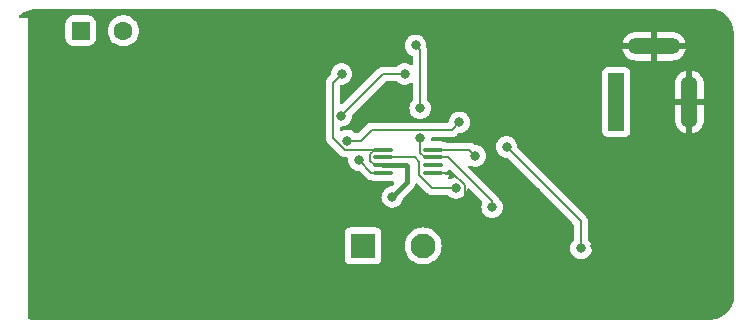
<source format=gbr>
%TF.GenerationSoftware,KiCad,Pcbnew,(6.0.2-0)*%
%TF.CreationDate,2022-03-23T11:12:31-04:00*%
%TF.ProjectId,chip-hardware,63686970-2d68-4617-9264-776172652e6b,v02*%
%TF.SameCoordinates,Original*%
%TF.FileFunction,Copper,L2,Bot*%
%TF.FilePolarity,Positive*%
%FSLAX46Y46*%
G04 Gerber Fmt 4.6, Leading zero omitted, Abs format (unit mm)*
G04 Created by KiCad (PCBNEW (6.0.2-0)) date 2022-03-23 11:12:31*
%MOMM*%
%LPD*%
G01*
G04 APERTURE LIST*
G04 Aperture macros list*
%AMRoundRect*
0 Rectangle with rounded corners*
0 $1 Rounding radius*
0 $2 $3 $4 $5 $6 $7 $8 $9 X,Y pos of 4 corners*
0 Add a 4 corners polygon primitive as box body*
4,1,4,$2,$3,$4,$5,$6,$7,$8,$9,$2,$3,0*
0 Add four circle primitives for the rounded corners*
1,1,$1+$1,$2,$3*
1,1,$1+$1,$4,$5*
1,1,$1+$1,$6,$7*
1,1,$1+$1,$8,$9*
0 Add four rect primitives between the rounded corners*
20,1,$1+$1,$2,$3,$4,$5,0*
20,1,$1+$1,$4,$5,$6,$7,0*
20,1,$1+$1,$6,$7,$8,$9,0*
20,1,$1+$1,$8,$9,$2,$3,0*%
G04 Aperture macros list end*
%TA.AperFunction,ComponentPad*%
%ADD10R,2.100000X2.100000*%
%TD*%
%TA.AperFunction,ComponentPad*%
%ADD11C,2.100000*%
%TD*%
%TA.AperFunction,ComponentPad*%
%ADD12R,1.400000X4.899999*%
%TD*%
%TA.AperFunction,ComponentPad*%
%ADD13RoundRect,0.700000X0.000000X1.500000X0.000000X1.500000X0.000000X-1.500000X0.000000X-1.500000X0*%
%TD*%
%TA.AperFunction,ComponentPad*%
%ADD14RoundRect,0.700000X1.500000X0.000000X-1.500000X0.000000X-1.500000X0.000000X1.500000X0.000000X0*%
%TD*%
%TA.AperFunction,ComponentPad*%
%ADD15RoundRect,0.250000X-0.550000X-0.550000X0.550000X-0.550000X0.550000X0.550000X-0.550000X0.550000X0*%
%TD*%
%TA.AperFunction,ComponentPad*%
%ADD16C,1.600000*%
%TD*%
%TA.AperFunction,SMDPad,CuDef*%
%ADD17RoundRect,0.100000X0.712500X0.100000X-0.712500X0.100000X-0.712500X-0.100000X0.712500X-0.100000X0*%
%TD*%
%TA.AperFunction,ViaPad*%
%ADD18C,0.800000*%
%TD*%
%TA.AperFunction,Conductor*%
%ADD19C,0.177800*%
%TD*%
%TA.AperFunction,Conductor*%
%ADD20C,0.200000*%
%TD*%
%TA.AperFunction,Conductor*%
%ADD21C,0.381000*%
%TD*%
G04 APERTURE END LIST*
D10*
%TO.P,J2,1,Pin_1*%
%TO.N,Net-(J2-Pad1)*%
X146807000Y-106677200D03*
D11*
%TO.P,J2,2,Pin_2*%
%TO.N,Net-(J2-Pad2)*%
X151887000Y-106677200D03*
%TD*%
D12*
%TO.P,J1,1,1*%
%TO.N,Net-(C1-Pad1)*%
X168236300Y-94482000D03*
D13*
%TO.P,J1,2,2*%
%TO.N,GND*%
X174436300Y-94482000D03*
D14*
%TO.P,J1,3,3*%
X171436300Y-89782000D03*
%TD*%
D15*
%TO.P,J3,1,Pin_1*%
%TO.N,Net-(J3-Pad1)*%
X122910600Y-88468200D03*
D16*
%TO.P,J3,2,Pin_2*%
%TO.N,Net-(J3-Pad2)*%
X126510600Y-88468200D03*
%TD*%
D17*
%TO.P,U4,1,SDA*%
%TO.N,/SDA*%
X152759900Y-98542200D03*
%TO.P,U4,2,SCL*%
%TO.N,/SCL*%
X152759900Y-99192200D03*
%TO.P,U4,3,Alert*%
%TO.N,unconnected-(U4-Pad3)*%
X152759900Y-99842200D03*
%TO.P,U4,4,GND*%
%TO.N,GND*%
X152759900Y-100492200D03*
%TO.P,U4,5,A2*%
%TO.N,Net-(R8-Pad1)*%
X148534900Y-100492200D03*
%TO.P,U4,6,A1*%
%TO.N,+3V3*%
X148534900Y-99842200D03*
%TO.P,U4,7,A0*%
%TO.N,Net-(R5-Pad1)*%
X148534900Y-99192200D03*
%TO.P,U4,8,VDD*%
%TO.N,+3V3*%
X148534900Y-98542200D03*
%TD*%
D18*
%TO.N,GND*%
X170916600Y-104648000D03*
X162433000Y-99187000D03*
X172796200Y-107391200D03*
X120091200Y-94945200D03*
X158978600Y-92887800D03*
X158673800Y-107442000D03*
X155727400Y-93319600D03*
X140792200Y-99263200D03*
X140690600Y-96824800D03*
X176174400Y-97282000D03*
X161442400Y-102082600D03*
X155448000Y-104013000D03*
X127660400Y-106172000D03*
X145923000Y-93116400D03*
X166420800Y-106654600D03*
X139979400Y-107111800D03*
X140665200Y-90144600D03*
%TO.N,+3V3*%
X149275800Y-102539800D03*
X144983200Y-92125800D03*
%TO.N,/SCL*%
X151638000Y-95021400D03*
X151638000Y-97549700D03*
X157734000Y-103403400D03*
X151257000Y-89712800D03*
%TO.N,/SDA*%
X156311600Y-99060000D03*
X158953200Y-98298000D03*
X165257400Y-106883200D03*
%TO.N,Net-(R5-Pad1)*%
X154686000Y-101777800D03*
%TO.N,Net-(R8-Pad1)*%
X146431000Y-99415600D03*
%TO.N,Net-(R9-Pad1)*%
X154966349Y-96215983D03*
X145465800Y-97764600D03*
%TO.N,Net-(R10-Pad1)*%
X150317200Y-92125800D03*
X144957800Y-95656400D03*
%TD*%
D19*
%TO.N,GND*%
X154373961Y-100492200D02*
X152759900Y-100492200D01*
X155448000Y-104013000D02*
X155448000Y-101566239D01*
X155448000Y-101566239D02*
X154373961Y-100492200D01*
D20*
%TO.N,+3V3*%
X147807394Y-99842200D02*
X147422880Y-99457686D01*
X147422880Y-99457686D02*
X147422880Y-98906320D01*
X148534900Y-99842200D02*
X147807394Y-99842200D01*
D21*
X150545800Y-101269800D02*
X150545800Y-99949000D01*
X150545800Y-99949000D02*
X150439000Y-99842200D01*
D20*
X144258289Y-92850711D02*
X144258289Y-97546348D01*
X144983200Y-92125800D02*
X144258289Y-92850711D01*
X145254141Y-98542200D02*
X148534900Y-98542200D01*
D21*
X150439000Y-99842200D02*
X148534900Y-99842200D01*
D20*
X144258289Y-97546348D02*
X145254141Y-98542200D01*
X147787000Y-98542200D02*
X148534900Y-98542200D01*
D21*
X149275800Y-102539800D02*
X150545800Y-101269800D01*
D20*
X147422880Y-98906320D02*
X147787000Y-98542200D01*
%TO.N,/SCL*%
X152032394Y-99192200D02*
X151638000Y-98797806D01*
X152759900Y-99192200D02*
X152032394Y-99192200D01*
X151638000Y-98797806D02*
X151638000Y-97549700D01*
X157734000Y-103403400D02*
X157734000Y-102920800D01*
X154005400Y-99192200D02*
X152759900Y-99192200D01*
X151638000Y-90093800D02*
X151257000Y-89712800D01*
X151638000Y-95021400D02*
X151638000Y-90093800D01*
X157734000Y-102920800D02*
X154005400Y-99192200D01*
%TO.N,/SDA*%
X165257400Y-104602200D02*
X158953200Y-98298000D01*
X165257400Y-106883200D02*
X165257400Y-104602200D01*
X156311600Y-99060000D02*
X155793800Y-98542200D01*
X155793800Y-98542200D02*
X152759900Y-98542200D01*
%TO.N,Net-(R5-Pad1)*%
X151561800Y-99542600D02*
X151211400Y-99192200D01*
X154686000Y-101777800D02*
X152667994Y-101777800D01*
X152667994Y-101777800D02*
X151561800Y-100671606D01*
X151211400Y-99192200D02*
X148534900Y-99192200D01*
X151561800Y-100671606D02*
X151561800Y-99542600D01*
%TO.N,Net-(R8-Pad1)*%
X146431000Y-99415600D02*
X147507600Y-100492200D01*
X147507600Y-100492200D02*
X148534900Y-100492200D01*
%TO.N,Net-(R9-Pad1)*%
X147548600Y-96850200D02*
X146634200Y-97764600D01*
X146634200Y-97764600D02*
X145465800Y-97764600D01*
X154966349Y-96215983D02*
X154332132Y-96850200D01*
X154332132Y-96850200D02*
X147548600Y-96850200D01*
%TO.N,Net-(R10-Pad1)*%
X144957800Y-95656400D02*
X148488400Y-92125800D01*
X148488400Y-92125800D02*
X150317200Y-92125800D01*
%TD*%
%TA.AperFunction,Conductor*%
%TO.N,GND*%
G36*
X176605362Y-86619000D02*
G01*
X176784772Y-86671108D01*
X176799315Y-86676318D01*
X176805794Y-86679098D01*
X177021191Y-86771525D01*
X177034978Y-86778471D01*
X177176959Y-86861283D01*
X177243547Y-86900121D01*
X177256388Y-86908708D01*
X177448482Y-87054950D01*
X177460177Y-87065043D01*
X177632942Y-87233704D01*
X177643313Y-87245152D01*
X177794139Y-87433684D01*
X177803028Y-87446310D01*
X177815094Y-87465899D01*
X177929653Y-87651888D01*
X177936933Y-87665513D01*
X178028092Y-87864602D01*
X178037446Y-87885032D01*
X178043004Y-87899445D01*
X178115900Y-88129621D01*
X178119651Y-88144601D01*
X178137429Y-88240113D01*
X178163831Y-88381960D01*
X178165722Y-88397292D01*
X178178419Y-88604004D01*
X178177205Y-88630078D01*
X178177195Y-88630862D01*
X178175814Y-88639734D01*
X178176978Y-88648635D01*
X178176978Y-88648639D01*
X178179936Y-88671254D01*
X178181000Y-88687592D01*
X178181000Y-111290676D01*
X178175840Y-111326365D01*
X178175460Y-111327654D01*
X178120788Y-111512761D01*
X178115534Y-111527230D01*
X178015817Y-111757016D01*
X178008837Y-111770737D01*
X177881847Y-111986640D01*
X177873247Y-111999407D01*
X177720872Y-112198219D01*
X177710779Y-112209842D01*
X177535301Y-112388586D01*
X177523866Y-112398892D01*
X177446062Y-112460834D01*
X177327888Y-112554914D01*
X177315293Y-112563740D01*
X177116054Y-112685927D01*
X177101762Y-112694692D01*
X177088177Y-112701921D01*
X176939032Y-112769938D01*
X176860264Y-112805860D01*
X176845895Y-112811379D01*
X176762455Y-112837705D01*
X176607015Y-112886747D01*
X176592080Y-112890473D01*
X176503806Y-112906844D01*
X176345796Y-112936149D01*
X176330525Y-112938025D01*
X176202402Y-112945867D01*
X176114811Y-112951228D01*
X176088616Y-112950004D01*
X176087942Y-112949996D01*
X176079069Y-112948614D01*
X176070161Y-112949779D01*
X176047692Y-112952717D01*
X176031297Y-112953781D01*
X118705175Y-112927645D01*
X118669915Y-112922594D01*
X118499283Y-112872769D01*
X118439499Y-112834475D01*
X118409909Y-112769938D01*
X118408600Y-112751820D01*
X118408600Y-107775334D01*
X145248500Y-107775334D01*
X145255255Y-107837516D01*
X145306385Y-107973905D01*
X145393739Y-108090461D01*
X145510295Y-108177815D01*
X145646684Y-108228945D01*
X145708866Y-108235700D01*
X147905134Y-108235700D01*
X147967316Y-108228945D01*
X148103705Y-108177815D01*
X148220261Y-108090461D01*
X148307615Y-107973905D01*
X148358745Y-107837516D01*
X148365500Y-107775334D01*
X148365500Y-106677200D01*
X150323681Y-106677200D01*
X150342928Y-106921757D01*
X150400195Y-107160292D01*
X150494073Y-107386932D01*
X150517433Y-107425052D01*
X150601395Y-107562066D01*
X150622248Y-107596096D01*
X150625463Y-107599860D01*
X150625465Y-107599863D01*
X150753105Y-107749309D01*
X150781567Y-107782633D01*
X150968104Y-107941952D01*
X150972327Y-107944540D01*
X150972330Y-107944542D01*
X151006526Y-107965497D01*
X151177268Y-108070127D01*
X151321967Y-108130064D01*
X151399335Y-108162111D01*
X151399337Y-108162112D01*
X151403908Y-108164005D01*
X151438997Y-108172429D01*
X151637630Y-108220117D01*
X151637636Y-108220118D01*
X151642443Y-108221272D01*
X151887000Y-108240519D01*
X152131557Y-108221272D01*
X152136364Y-108220118D01*
X152136370Y-108220117D01*
X152335003Y-108172429D01*
X152370092Y-108164005D01*
X152374663Y-108162112D01*
X152374665Y-108162111D01*
X152452033Y-108130064D01*
X152596732Y-108070127D01*
X152767474Y-107965497D01*
X152801670Y-107944542D01*
X152801673Y-107944540D01*
X152805896Y-107941952D01*
X152992433Y-107782633D01*
X153020895Y-107749309D01*
X153148535Y-107599863D01*
X153148537Y-107599860D01*
X153151752Y-107596096D01*
X153172606Y-107562066D01*
X153256567Y-107425052D01*
X153279927Y-107386932D01*
X153373805Y-107160292D01*
X153431072Y-106921757D01*
X153450319Y-106677200D01*
X153431072Y-106432643D01*
X153410333Y-106346256D01*
X153384155Y-106237220D01*
X153373805Y-106194108D01*
X153279927Y-105967468D01*
X153151752Y-105758304D01*
X152992433Y-105571767D01*
X152805896Y-105412448D01*
X152801673Y-105409860D01*
X152801670Y-105409858D01*
X152732485Y-105367462D01*
X152596732Y-105284273D01*
X152452033Y-105224336D01*
X152374665Y-105192289D01*
X152374663Y-105192288D01*
X152370092Y-105190395D01*
X152287437Y-105170551D01*
X152136370Y-105134283D01*
X152136364Y-105134282D01*
X152131557Y-105133128D01*
X151887000Y-105113881D01*
X151642443Y-105133128D01*
X151637636Y-105134282D01*
X151637630Y-105134283D01*
X151486563Y-105170551D01*
X151403908Y-105190395D01*
X151399337Y-105192288D01*
X151399335Y-105192289D01*
X151321967Y-105224336D01*
X151177268Y-105284273D01*
X151041515Y-105367462D01*
X150972330Y-105409858D01*
X150972327Y-105409860D01*
X150968104Y-105412448D01*
X150781567Y-105571767D01*
X150622248Y-105758304D01*
X150494073Y-105967468D01*
X150400195Y-106194108D01*
X150389845Y-106237220D01*
X150363668Y-106346256D01*
X150342928Y-106432643D01*
X150323681Y-106677200D01*
X148365500Y-106677200D01*
X148365500Y-105579066D01*
X148358745Y-105516884D01*
X148307615Y-105380495D01*
X148220261Y-105263939D01*
X148103705Y-105176585D01*
X147967316Y-105125455D01*
X147905134Y-105118700D01*
X145708866Y-105118700D01*
X145646684Y-105125455D01*
X145510295Y-105176585D01*
X145393739Y-105263939D01*
X145306385Y-105380495D01*
X145255255Y-105516884D01*
X145248500Y-105579066D01*
X145248500Y-107775334D01*
X118408600Y-107775334D01*
X118408600Y-97546348D01*
X143644539Y-97546348D01*
X143649789Y-97586228D01*
X143649789Y-97586233D01*
X143656165Y-97634662D01*
X143665451Y-97705199D01*
X143726765Y-97853224D01*
X143731792Y-97859775D01*
X143731793Y-97859777D01*
X143799809Y-97948417D01*
X143799815Y-97948423D01*
X143824302Y-97980335D01*
X143830857Y-97985365D01*
X143849668Y-97999800D01*
X143862059Y-98010667D01*
X144789826Y-98938434D01*
X144800693Y-98950825D01*
X144820154Y-98976187D01*
X144826704Y-98981213D01*
X144852062Y-99000671D01*
X144852069Y-99000677D01*
X144894649Y-99033349D01*
X144894650Y-99033350D01*
X144929381Y-99060000D01*
X144947266Y-99073724D01*
X145095291Y-99135038D01*
X145214256Y-99150700D01*
X145214261Y-99150700D01*
X145214270Y-99150701D01*
X145245953Y-99154872D01*
X145254141Y-99155950D01*
X145285834Y-99151778D01*
X145302277Y-99150700D01*
X145405401Y-99150700D01*
X145473522Y-99170702D01*
X145520015Y-99224358D01*
X145530711Y-99289869D01*
X145517496Y-99415600D01*
X145537458Y-99605528D01*
X145596473Y-99787156D01*
X145691960Y-99952544D01*
X145819747Y-100094466D01*
X145974248Y-100206718D01*
X145980276Y-100209402D01*
X145980278Y-100209403D01*
X146094209Y-100260128D01*
X146148712Y-100284394D01*
X146242113Y-100304247D01*
X146329056Y-100322728D01*
X146329061Y-100322728D01*
X146335513Y-100324100D01*
X146426761Y-100324100D01*
X146494882Y-100344102D01*
X146515856Y-100361005D01*
X147043285Y-100888434D01*
X147054152Y-100900825D01*
X147073613Y-100926187D01*
X147080163Y-100931213D01*
X147105521Y-100950671D01*
X147105528Y-100950677D01*
X147148178Y-100983403D01*
X147200725Y-101023724D01*
X147348750Y-101085038D01*
X147400675Y-101091874D01*
X147455933Y-101099149D01*
X147502487Y-101114952D01*
X147508976Y-101118699D01*
X147515525Y-101123724D01*
X147523151Y-101126883D01*
X147523153Y-101126884D01*
X147625555Y-101169300D01*
X147663550Y-101185038D01*
X147671738Y-101186116D01*
X147778421Y-101200161D01*
X147782515Y-101200700D01*
X148534808Y-101200700D01*
X149287284Y-101200699D01*
X149309767Y-101197739D01*
X149379914Y-101208678D01*
X149433013Y-101255806D01*
X149452203Y-101324160D01*
X149431392Y-101392038D01*
X149415308Y-101411756D01*
X149226328Y-101600737D01*
X149163430Y-101634889D01*
X148993512Y-101671006D01*
X148987482Y-101673691D01*
X148987481Y-101673691D01*
X148825078Y-101745997D01*
X148825076Y-101745998D01*
X148819048Y-101748682D01*
X148664547Y-101860934D01*
X148660126Y-101865844D01*
X148660125Y-101865845D01*
X148562737Y-101974006D01*
X148536760Y-102002856D01*
X148441273Y-102168244D01*
X148382258Y-102349872D01*
X148381568Y-102356433D01*
X148381568Y-102356435D01*
X148370439Y-102462325D01*
X148362296Y-102539800D01*
X148362986Y-102546365D01*
X148378008Y-102689288D01*
X148382258Y-102729728D01*
X148441273Y-102911356D01*
X148536760Y-103076744D01*
X148541178Y-103081651D01*
X148541179Y-103081652D01*
X148654220Y-103207197D01*
X148664547Y-103218666D01*
X148819048Y-103330918D01*
X148825076Y-103333602D01*
X148825078Y-103333603D01*
X148981846Y-103403400D01*
X148993512Y-103408594D01*
X149086912Y-103428447D01*
X149173856Y-103446928D01*
X149173861Y-103446928D01*
X149180313Y-103448300D01*
X149371287Y-103448300D01*
X149377739Y-103446928D01*
X149377744Y-103446928D01*
X149464687Y-103428447D01*
X149558088Y-103408594D01*
X149569754Y-103403400D01*
X149726522Y-103333603D01*
X149726524Y-103333602D01*
X149732552Y-103330918D01*
X149887053Y-103218666D01*
X149897380Y-103207197D01*
X150010421Y-103081652D01*
X150010422Y-103081651D01*
X150014840Y-103076744D01*
X150110327Y-102911356D01*
X150169342Y-102729728D01*
X150175828Y-102668017D01*
X150202841Y-102602360D01*
X150212043Y-102592092D01*
X151019838Y-101784297D01*
X151026104Y-101778443D01*
X151063347Y-101745954D01*
X151069074Y-101740958D01*
X151105299Y-101689414D01*
X151109225Y-101684129D01*
X151143401Y-101640542D01*
X151143403Y-101640539D01*
X151148091Y-101634560D01*
X151151217Y-101627638D01*
X151153085Y-101624553D01*
X151160307Y-101611891D01*
X151161990Y-101608751D01*
X151166356Y-101602539D01*
X151189236Y-101543854D01*
X151191792Y-101537772D01*
X151217713Y-101480365D01*
X151219097Y-101472897D01*
X151220158Y-101469512D01*
X151225411Y-101451070D01*
X151226948Y-101447127D01*
X151270325Y-101390923D01*
X151337202Y-101367092D01*
X151406347Y-101383200D01*
X151433439Y-101403794D01*
X152203679Y-102174034D01*
X152214546Y-102186425D01*
X152234007Y-102211787D01*
X152240557Y-102216813D01*
X152265915Y-102236271D01*
X152265931Y-102236285D01*
X152315299Y-102274166D01*
X152361118Y-102309324D01*
X152509143Y-102370638D01*
X152667994Y-102391551D01*
X152699693Y-102387378D01*
X152716138Y-102386300D01*
X153955290Y-102386300D01*
X154023411Y-102406302D01*
X154048926Y-102427989D01*
X154074747Y-102456666D01*
X154082536Y-102462325D01*
X154198207Y-102546365D01*
X154229248Y-102568918D01*
X154235276Y-102571602D01*
X154235278Y-102571603D01*
X154347466Y-102621552D01*
X154403712Y-102646594D01*
X154497112Y-102666447D01*
X154584056Y-102684928D01*
X154584061Y-102684928D01*
X154590513Y-102686300D01*
X154781487Y-102686300D01*
X154787939Y-102684928D01*
X154787944Y-102684928D01*
X154874888Y-102666447D01*
X154968288Y-102646594D01*
X155024534Y-102621552D01*
X155136722Y-102571603D01*
X155136724Y-102571602D01*
X155142752Y-102568918D01*
X155173794Y-102546365D01*
X155255759Y-102486813D01*
X155297253Y-102456666D01*
X155355883Y-102391551D01*
X155420621Y-102319652D01*
X155420622Y-102319651D01*
X155425040Y-102314744D01*
X155520527Y-102149356D01*
X155579542Y-101967728D01*
X155584346Y-101922023D01*
X155611360Y-101856367D01*
X155669582Y-101815738D01*
X155740527Y-101813035D01*
X155798751Y-101846100D01*
X156865726Y-102913075D01*
X156899752Y-102975387D01*
X156896464Y-103041104D01*
X156840458Y-103213472D01*
X156820496Y-103403400D01*
X156840458Y-103593328D01*
X156899473Y-103774956D01*
X156994960Y-103940344D01*
X157122747Y-104082266D01*
X157277248Y-104194518D01*
X157283276Y-104197202D01*
X157283278Y-104197203D01*
X157289848Y-104200128D01*
X157451712Y-104272194D01*
X157545113Y-104292047D01*
X157632056Y-104310528D01*
X157632061Y-104310528D01*
X157638513Y-104311900D01*
X157829487Y-104311900D01*
X157835939Y-104310528D01*
X157835944Y-104310528D01*
X157922888Y-104292047D01*
X158016288Y-104272194D01*
X158178152Y-104200128D01*
X158184722Y-104197203D01*
X158184724Y-104197202D01*
X158190752Y-104194518D01*
X158345253Y-104082266D01*
X158473040Y-103940344D01*
X158568527Y-103774956D01*
X158627542Y-103593328D01*
X158647504Y-103403400D01*
X158627542Y-103213472D01*
X158568527Y-103031844D01*
X158473040Y-102866456D01*
X158355583Y-102736006D01*
X158349675Y-102729445D01*
X158349674Y-102729444D01*
X158345253Y-102724534D01*
X158339906Y-102720649D01*
X158325489Y-102710174D01*
X158283142Y-102656458D01*
X158265524Y-102613924D01*
X158192478Y-102518729D01*
X158192474Y-102518725D01*
X158192471Y-102518721D01*
X158173016Y-102493366D01*
X158173013Y-102493363D01*
X158167987Y-102486813D01*
X158161432Y-102481783D01*
X158142621Y-102467348D01*
X158130230Y-102456481D01*
X155740758Y-100067009D01*
X155706732Y-100004697D01*
X155711797Y-99933882D01*
X155754344Y-99877046D01*
X155820864Y-99852235D01*
X155881102Y-99862807D01*
X155913084Y-99877046D01*
X156029312Y-99928794D01*
X156122712Y-99948647D01*
X156209656Y-99967128D01*
X156209661Y-99967128D01*
X156216113Y-99968500D01*
X156407087Y-99968500D01*
X156413539Y-99967128D01*
X156413544Y-99967128D01*
X156500488Y-99948647D01*
X156593888Y-99928794D01*
X156599919Y-99926109D01*
X156762322Y-99853803D01*
X156762324Y-99853802D01*
X156768352Y-99851118D01*
X156922853Y-99738866D01*
X157050640Y-99596944D01*
X157146127Y-99431556D01*
X157205142Y-99249928D01*
X157207692Y-99225672D01*
X157224414Y-99066565D01*
X157225104Y-99060000D01*
X157216823Y-98981213D01*
X157205832Y-98876635D01*
X157205832Y-98876633D01*
X157205142Y-98870072D01*
X157146127Y-98688444D01*
X157050640Y-98523056D01*
X157024664Y-98494206D01*
X156927275Y-98386045D01*
X156927274Y-98386044D01*
X156922853Y-98381134D01*
X156808430Y-98298000D01*
X158039696Y-98298000D01*
X158040386Y-98304565D01*
X158048026Y-98377251D01*
X158059658Y-98487928D01*
X158118673Y-98669556D01*
X158214160Y-98834944D01*
X158218578Y-98839851D01*
X158218579Y-98839852D01*
X158335438Y-98969637D01*
X158341947Y-98976866D01*
X158374712Y-99000671D01*
X158468340Y-99068696D01*
X158496448Y-99089118D01*
X158502476Y-99091802D01*
X158502478Y-99091803D01*
X158664881Y-99164109D01*
X158670912Y-99166794D01*
X158764313Y-99186647D01*
X158851256Y-99205128D01*
X158851261Y-99205128D01*
X158857713Y-99206500D01*
X158948961Y-99206500D01*
X159017082Y-99226502D01*
X159038056Y-99243405D01*
X164611995Y-104817344D01*
X164646021Y-104879656D01*
X164648900Y-104906439D01*
X164648900Y-106152910D01*
X164628898Y-106221031D01*
X164616536Y-106237220D01*
X164518360Y-106346256D01*
X164422873Y-106511644D01*
X164363858Y-106693272D01*
X164343896Y-106883200D01*
X164363858Y-107073128D01*
X164422873Y-107254756D01*
X164518360Y-107420144D01*
X164646147Y-107562066D01*
X164800648Y-107674318D01*
X164806676Y-107677002D01*
X164806678Y-107677003D01*
X164969081Y-107749309D01*
X164975112Y-107751994D01*
X165068512Y-107771847D01*
X165155456Y-107790328D01*
X165155461Y-107790328D01*
X165161913Y-107791700D01*
X165352887Y-107791700D01*
X165359339Y-107790328D01*
X165359344Y-107790328D01*
X165446288Y-107771847D01*
X165539688Y-107751994D01*
X165545719Y-107749309D01*
X165708122Y-107677003D01*
X165708124Y-107677002D01*
X165714152Y-107674318D01*
X165868653Y-107562066D01*
X165996440Y-107420144D01*
X166091927Y-107254756D01*
X166150942Y-107073128D01*
X166170904Y-106883200D01*
X166150942Y-106693272D01*
X166091927Y-106511644D01*
X165996440Y-106346256D01*
X165898264Y-106237220D01*
X165867546Y-106173213D01*
X165865900Y-106152910D01*
X165865900Y-104650336D01*
X165866978Y-104633890D01*
X165870072Y-104610388D01*
X165871150Y-104602200D01*
X165865900Y-104562320D01*
X165865900Y-104562315D01*
X165850238Y-104443350D01*
X165788924Y-104295325D01*
X165788924Y-104295324D01*
X165715877Y-104200128D01*
X165715874Y-104200125D01*
X165691387Y-104168213D01*
X165684832Y-104163183D01*
X165666021Y-104148748D01*
X165653630Y-104137881D01*
X159902919Y-98387170D01*
X159868893Y-98324858D01*
X159866359Y-98301284D01*
X159866704Y-98298000D01*
X159862677Y-98259687D01*
X159847432Y-98114635D01*
X159847432Y-98114633D01*
X159846742Y-98108072D01*
X159787727Y-97926444D01*
X159692240Y-97761056D01*
X159648816Y-97712828D01*
X159568875Y-97624045D01*
X159568874Y-97624044D01*
X159564453Y-97619134D01*
X159409952Y-97506882D01*
X159403924Y-97504198D01*
X159403922Y-97504197D01*
X159241519Y-97431891D01*
X159241518Y-97431891D01*
X159235488Y-97429206D01*
X159142087Y-97409353D01*
X159055144Y-97390872D01*
X159055139Y-97390872D01*
X159048687Y-97389500D01*
X158857713Y-97389500D01*
X158851261Y-97390872D01*
X158851256Y-97390872D01*
X158764313Y-97409353D01*
X158670912Y-97429206D01*
X158664882Y-97431891D01*
X158664881Y-97431891D01*
X158502478Y-97504197D01*
X158502476Y-97504198D01*
X158496448Y-97506882D01*
X158341947Y-97619134D01*
X158337526Y-97624044D01*
X158337525Y-97624045D01*
X158257585Y-97712828D01*
X158214160Y-97761056D01*
X158118673Y-97926444D01*
X158059658Y-98108072D01*
X158058968Y-98114633D01*
X158058968Y-98114635D01*
X158043723Y-98259687D01*
X158039696Y-98298000D01*
X156808430Y-98298000D01*
X156799534Y-98291537D01*
X156773694Y-98272763D01*
X156773693Y-98272762D01*
X156768352Y-98268882D01*
X156762324Y-98266198D01*
X156762322Y-98266197D01*
X156599919Y-98193891D01*
X156599918Y-98193891D01*
X156593888Y-98191206D01*
X156500488Y-98171353D01*
X156413544Y-98152872D01*
X156413539Y-98152872D01*
X156407087Y-98151500D01*
X156321740Y-98151500D01*
X156253619Y-98131498D01*
X156232747Y-98114678D01*
X156227787Y-98108213D01*
X156195875Y-98083726D01*
X156195872Y-98083723D01*
X156100676Y-98010676D01*
X155952651Y-97949362D01*
X155944464Y-97948284D01*
X155944463Y-97948284D01*
X155933258Y-97946809D01*
X155902062Y-97942702D01*
X155833685Y-97933700D01*
X155833682Y-97933700D01*
X155833674Y-97933699D01*
X155801989Y-97929528D01*
X155793800Y-97928450D01*
X155762107Y-97932622D01*
X155745664Y-97933700D01*
X153850760Y-97933700D01*
X153787761Y-97916820D01*
X153785826Y-97915703D01*
X153779275Y-97910676D01*
X153631250Y-97849362D01*
X153602629Y-97845594D01*
X153516372Y-97834238D01*
X153516371Y-97834238D01*
X153512285Y-97833700D01*
X153486980Y-97833700D01*
X152661591Y-97833701D01*
X152593471Y-97813699D01*
X152546978Y-97760043D01*
X152536282Y-97694530D01*
X152549210Y-97571529D01*
X152576223Y-97505873D01*
X152634445Y-97465243D01*
X152674520Y-97458700D01*
X154283996Y-97458700D01*
X154300439Y-97459778D01*
X154332132Y-97463950D01*
X154340321Y-97462872D01*
X154372006Y-97458701D01*
X154372016Y-97458700D01*
X154372017Y-97458700D01*
X154471589Y-97445591D01*
X154482796Y-97444116D01*
X154482798Y-97444115D01*
X154490983Y-97443038D01*
X154639008Y-97381724D01*
X154734204Y-97308677D01*
X154734207Y-97308674D01*
X154766119Y-97284187D01*
X154771149Y-97277632D01*
X154785584Y-97258821D01*
X154796451Y-97246430D01*
X154881493Y-97161388D01*
X154943805Y-97127362D01*
X154970588Y-97124483D01*
X155061836Y-97124483D01*
X155068288Y-97123111D01*
X155068293Y-97123111D01*
X155155237Y-97104630D01*
X155248637Y-97084777D01*
X155266464Y-97076840D01*
X155417071Y-97009786D01*
X155417073Y-97009785D01*
X155423101Y-97007101D01*
X155460219Y-96980133D01*
X167027800Y-96980133D01*
X167034555Y-97042315D01*
X167085685Y-97178704D01*
X167173039Y-97295260D01*
X167289595Y-97382614D01*
X167425984Y-97433744D01*
X167488166Y-97440499D01*
X168984434Y-97440499D01*
X169046616Y-97433744D01*
X169183005Y-97382614D01*
X169299561Y-97295260D01*
X169386915Y-97178704D01*
X169438045Y-97042315D01*
X169444800Y-96980133D01*
X169444800Y-96039479D01*
X173228301Y-96039479D01*
X173228509Y-96044589D01*
X173238924Y-96172655D01*
X173240694Y-96183208D01*
X173291591Y-96381436D01*
X173295319Y-96391964D01*
X173380418Y-96577834D01*
X173385953Y-96587539D01*
X173502616Y-96755395D01*
X173509789Y-96763974D01*
X173654326Y-96908511D01*
X173662905Y-96915684D01*
X173830761Y-97032347D01*
X173840466Y-97037882D01*
X174026336Y-97122981D01*
X174036864Y-97126709D01*
X174164752Y-97159546D01*
X174178847Y-97159062D01*
X174182300Y-97150759D01*
X174182300Y-97145936D01*
X174690300Y-97145936D01*
X174694273Y-97159467D01*
X174703171Y-97160746D01*
X174835736Y-97126709D01*
X174846264Y-97122981D01*
X175032134Y-97037882D01*
X175041839Y-97032347D01*
X175209695Y-96915684D01*
X175218274Y-96908511D01*
X175362811Y-96763974D01*
X175369984Y-96755395D01*
X175486647Y-96587539D01*
X175492182Y-96577834D01*
X175577281Y-96391964D01*
X175581009Y-96381436D01*
X175631905Y-96183210D01*
X175633676Y-96172654D01*
X175644093Y-96044588D01*
X175644300Y-96039482D01*
X175644300Y-94754115D01*
X175639825Y-94738876D01*
X175638435Y-94737671D01*
X175630752Y-94736000D01*
X174708415Y-94736000D01*
X174693176Y-94740475D01*
X174691971Y-94741865D01*
X174690300Y-94749548D01*
X174690300Y-97145936D01*
X174182300Y-97145936D01*
X174182300Y-94754115D01*
X174177825Y-94738876D01*
X174176435Y-94737671D01*
X174168752Y-94736000D01*
X173246416Y-94736000D01*
X173231177Y-94740475D01*
X173229972Y-94741865D01*
X173228301Y-94749548D01*
X173228301Y-96039479D01*
X169444800Y-96039479D01*
X169444800Y-94209885D01*
X173228300Y-94209885D01*
X173232775Y-94225124D01*
X173234165Y-94226329D01*
X173241848Y-94228000D01*
X174164185Y-94228000D01*
X174179424Y-94223525D01*
X174180629Y-94222135D01*
X174182300Y-94214452D01*
X174182300Y-94209885D01*
X174690300Y-94209885D01*
X174694775Y-94225124D01*
X174696165Y-94226329D01*
X174703848Y-94228000D01*
X175626184Y-94228000D01*
X175641423Y-94223525D01*
X175642628Y-94222135D01*
X175644299Y-94214452D01*
X175644299Y-92924521D01*
X175644091Y-92919411D01*
X175633676Y-92791345D01*
X175631906Y-92780792D01*
X175581009Y-92582564D01*
X175577281Y-92572036D01*
X175492182Y-92386166D01*
X175486647Y-92376461D01*
X175369984Y-92208605D01*
X175362811Y-92200026D01*
X175218274Y-92055489D01*
X175209695Y-92048316D01*
X175041839Y-91931653D01*
X175032134Y-91926118D01*
X174846264Y-91841019D01*
X174835736Y-91837291D01*
X174707848Y-91804454D01*
X174693753Y-91804938D01*
X174690300Y-91813241D01*
X174690300Y-94209885D01*
X174182300Y-94209885D01*
X174182300Y-91818064D01*
X174178327Y-91804533D01*
X174169429Y-91803254D01*
X174036864Y-91837291D01*
X174026336Y-91841019D01*
X173840466Y-91926118D01*
X173830761Y-91931653D01*
X173662905Y-92048316D01*
X173654326Y-92055489D01*
X173509789Y-92200026D01*
X173502616Y-92208605D01*
X173385953Y-92376461D01*
X173380418Y-92386166D01*
X173295319Y-92572036D01*
X173291591Y-92582564D01*
X173240695Y-92780790D01*
X173238924Y-92791346D01*
X173228507Y-92919412D01*
X173228300Y-92924518D01*
X173228300Y-94209885D01*
X169444800Y-94209885D01*
X169444800Y-91983867D01*
X169438045Y-91921685D01*
X169386915Y-91785296D01*
X169299561Y-91668740D01*
X169183005Y-91581386D01*
X169046616Y-91530256D01*
X168984434Y-91523501D01*
X167488166Y-91523501D01*
X167425984Y-91530256D01*
X167289595Y-91581386D01*
X167173039Y-91668740D01*
X167085685Y-91785296D01*
X167034555Y-91921685D01*
X167027800Y-91983867D01*
X167027800Y-96980133D01*
X155460219Y-96980133D01*
X155577602Y-96894849D01*
X155705389Y-96752927D01*
X155800876Y-96587539D01*
X155859891Y-96405911D01*
X155861383Y-96391722D01*
X155879163Y-96222548D01*
X155879853Y-96215983D01*
X155861302Y-96039479D01*
X155860581Y-96032618D01*
X155860581Y-96032616D01*
X155859891Y-96026055D01*
X155800876Y-95844427D01*
X155784004Y-95815203D01*
X155708690Y-95684757D01*
X155705389Y-95679039D01*
X155641859Y-95608481D01*
X155582024Y-95542028D01*
X155582023Y-95542027D01*
X155577602Y-95537117D01*
X155423101Y-95424865D01*
X155417073Y-95422181D01*
X155417071Y-95422180D01*
X155254668Y-95349874D01*
X155254667Y-95349874D01*
X155248637Y-95347189D01*
X155155237Y-95327336D01*
X155068293Y-95308855D01*
X155068288Y-95308855D01*
X155061836Y-95307483D01*
X154870862Y-95307483D01*
X154864410Y-95308855D01*
X154864405Y-95308855D01*
X154777462Y-95327336D01*
X154684061Y-95347189D01*
X154678031Y-95349874D01*
X154678030Y-95349874D01*
X154515627Y-95422180D01*
X154515625Y-95422181D01*
X154509597Y-95424865D01*
X154355096Y-95537117D01*
X154350675Y-95542027D01*
X154350674Y-95542028D01*
X154290840Y-95608481D01*
X154227309Y-95679039D01*
X154224008Y-95684757D01*
X154148695Y-95815203D01*
X154131822Y-95844427D01*
X154072807Y-96026055D01*
X154072117Y-96032616D01*
X154072117Y-96032618D01*
X154062001Y-96128870D01*
X154034988Y-96194527D01*
X153976767Y-96235157D01*
X153936691Y-96241700D01*
X147596736Y-96241700D01*
X147580293Y-96240622D01*
X147548600Y-96236450D01*
X147540411Y-96237528D01*
X147508726Y-96241699D01*
X147508717Y-96241700D01*
X147508715Y-96241700D01*
X147508709Y-96241701D01*
X147508707Y-96241701D01*
X147409143Y-96254809D01*
X147397936Y-96256284D01*
X147397934Y-96256285D01*
X147389749Y-96257362D01*
X147241724Y-96318676D01*
X147195905Y-96353834D01*
X147146537Y-96391715D01*
X147146521Y-96391729D01*
X147121166Y-96411184D01*
X147121163Y-96411187D01*
X147114613Y-96416213D01*
X147109583Y-96422768D01*
X147095148Y-96441579D01*
X147084281Y-96453970D01*
X146419056Y-97119195D01*
X146356744Y-97153221D01*
X146329961Y-97156100D01*
X146196510Y-97156100D01*
X146128389Y-97136098D01*
X146102874Y-97114411D01*
X146081468Y-97090637D01*
X146081466Y-97090636D01*
X146077053Y-97085734D01*
X146006479Y-97034459D01*
X145927894Y-96977363D01*
X145927893Y-96977362D01*
X145922552Y-96973482D01*
X145916524Y-96970798D01*
X145916522Y-96970797D01*
X145754119Y-96898491D01*
X145754118Y-96898491D01*
X145748088Y-96895806D01*
X145654688Y-96875953D01*
X145567744Y-96857472D01*
X145567739Y-96857472D01*
X145561287Y-96856100D01*
X145370313Y-96856100D01*
X145363861Y-96857472D01*
X145363856Y-96857472D01*
X145276912Y-96875953D01*
X145183512Y-96895806D01*
X145044036Y-96957904D01*
X144973671Y-96967338D01*
X144909374Y-96937232D01*
X144871560Y-96877143D01*
X144866789Y-96842797D01*
X144866789Y-96690900D01*
X144886791Y-96622779D01*
X144940447Y-96576286D01*
X144992789Y-96564900D01*
X145053287Y-96564900D01*
X145059739Y-96563528D01*
X145059744Y-96563528D01*
X145146687Y-96545047D01*
X145240088Y-96525194D01*
X145400061Y-96453970D01*
X145408522Y-96450203D01*
X145408524Y-96450202D01*
X145414552Y-96447518D01*
X145422727Y-96441579D01*
X145505506Y-96381436D01*
X145569053Y-96335266D01*
X145658027Y-96236450D01*
X145692421Y-96198252D01*
X145692422Y-96198251D01*
X145696840Y-96193344D01*
X145782724Y-96044589D01*
X145789023Y-96033679D01*
X145789024Y-96033678D01*
X145792327Y-96027956D01*
X145851342Y-95846328D01*
X145852144Y-95838704D01*
X145870614Y-95662965D01*
X145871304Y-95656400D01*
X145871116Y-95654614D01*
X145890616Y-95588204D01*
X145907519Y-95567230D01*
X148703544Y-92771205D01*
X148765856Y-92737179D01*
X148792639Y-92734300D01*
X149586490Y-92734300D01*
X149654611Y-92754302D01*
X149680126Y-92775989D01*
X149693954Y-92791346D01*
X149705947Y-92804666D01*
X149714432Y-92810831D01*
X149835576Y-92898847D01*
X149860448Y-92916918D01*
X149866476Y-92919602D01*
X149866478Y-92919603D01*
X149998854Y-92978540D01*
X150034912Y-92994594D01*
X150128312Y-93014447D01*
X150215256Y-93032928D01*
X150215261Y-93032928D01*
X150221713Y-93034300D01*
X150412687Y-93034300D01*
X150419139Y-93032928D01*
X150419144Y-93032928D01*
X150506088Y-93014447D01*
X150599488Y-92994594D01*
X150635546Y-92978540D01*
X150767922Y-92919603D01*
X150767924Y-92919602D01*
X150773952Y-92916918D01*
X150798825Y-92898847D01*
X150829439Y-92876604D01*
X150896306Y-92852746D01*
X150965458Y-92868826D01*
X151014938Y-92919739D01*
X151029500Y-92978540D01*
X151029500Y-94291110D01*
X151009498Y-94359231D01*
X150997136Y-94375420D01*
X150898960Y-94484456D01*
X150803473Y-94649844D01*
X150744458Y-94831472D01*
X150724496Y-95021400D01*
X150744458Y-95211328D01*
X150803473Y-95392956D01*
X150806776Y-95398678D01*
X150806777Y-95398679D01*
X150821896Y-95424865D01*
X150898960Y-95558344D01*
X150903378Y-95563251D01*
X150903379Y-95563252D01*
X150987182Y-95656325D01*
X151026747Y-95700266D01*
X151181248Y-95812518D01*
X151187276Y-95815202D01*
X151187278Y-95815203D01*
X151349681Y-95887509D01*
X151355712Y-95890194D01*
X151449113Y-95910047D01*
X151536056Y-95928528D01*
X151536061Y-95928528D01*
X151542513Y-95929900D01*
X151733487Y-95929900D01*
X151739939Y-95928528D01*
X151739944Y-95928528D01*
X151826888Y-95910047D01*
X151920288Y-95890194D01*
X151926319Y-95887509D01*
X152088722Y-95815203D01*
X152088724Y-95815202D01*
X152094752Y-95812518D01*
X152249253Y-95700266D01*
X152288818Y-95656325D01*
X152372621Y-95563252D01*
X152372622Y-95563251D01*
X152377040Y-95558344D01*
X152454104Y-95424865D01*
X152469223Y-95398679D01*
X152469224Y-95398678D01*
X152472527Y-95392956D01*
X152531542Y-95211328D01*
X152551504Y-95021400D01*
X152531542Y-94831472D01*
X152472527Y-94649844D01*
X152377040Y-94484456D01*
X152278864Y-94375420D01*
X152248146Y-94311413D01*
X152246500Y-94291110D01*
X152246500Y-90141936D01*
X152247578Y-90125490D01*
X152250672Y-90101988D01*
X152251750Y-90093800D01*
X152246500Y-90053922D01*
X152246500Y-90053915D01*
X152245836Y-90048871D01*
X168757554Y-90048871D01*
X168791591Y-90181436D01*
X168795319Y-90191964D01*
X168880418Y-90377834D01*
X168885953Y-90387539D01*
X169002616Y-90555395D01*
X169009789Y-90563974D01*
X169154326Y-90708511D01*
X169162905Y-90715684D01*
X169330761Y-90832347D01*
X169340466Y-90837882D01*
X169526336Y-90922981D01*
X169536864Y-90926709D01*
X169735090Y-90977605D01*
X169745646Y-90979376D01*
X169873712Y-90989793D01*
X169878818Y-90990000D01*
X171164185Y-90990000D01*
X171179424Y-90985525D01*
X171180629Y-90984135D01*
X171182300Y-90976452D01*
X171182300Y-90971884D01*
X171690300Y-90971884D01*
X171694775Y-90987123D01*
X171696165Y-90988328D01*
X171703848Y-90989999D01*
X172993779Y-90989999D01*
X172998889Y-90989791D01*
X173126955Y-90979376D01*
X173137508Y-90977606D01*
X173335736Y-90926709D01*
X173346264Y-90922981D01*
X173532134Y-90837882D01*
X173541839Y-90832347D01*
X173709695Y-90715684D01*
X173718274Y-90708511D01*
X173862811Y-90563974D01*
X173869984Y-90555395D01*
X173986647Y-90387539D01*
X173992182Y-90377834D01*
X174077281Y-90191964D01*
X174081009Y-90181436D01*
X174113846Y-90053548D01*
X174113362Y-90039453D01*
X174105059Y-90036000D01*
X171708415Y-90036000D01*
X171693176Y-90040475D01*
X171691971Y-90041865D01*
X171690300Y-90049548D01*
X171690300Y-90971884D01*
X171182300Y-90971884D01*
X171182300Y-90054115D01*
X171177825Y-90038876D01*
X171176435Y-90037671D01*
X171168752Y-90036000D01*
X168772364Y-90036000D01*
X168758833Y-90039973D01*
X168757554Y-90048871D01*
X152245836Y-90048871D01*
X152230838Y-89934950D01*
X152220092Y-89909006D01*
X152176338Y-89803374D01*
X152167437Y-89741988D01*
X152169814Y-89719368D01*
X152169814Y-89719365D01*
X152170504Y-89712800D01*
X152150542Y-89522872D01*
X152146506Y-89510452D01*
X168758754Y-89510452D01*
X168759238Y-89524547D01*
X168767541Y-89528000D01*
X171164185Y-89528000D01*
X171179424Y-89523525D01*
X171180629Y-89522135D01*
X171182300Y-89514452D01*
X171182300Y-89509885D01*
X171690300Y-89509885D01*
X171694775Y-89525124D01*
X171696165Y-89526329D01*
X171703848Y-89528000D01*
X174100236Y-89528000D01*
X174113767Y-89524027D01*
X174115046Y-89515129D01*
X174081009Y-89382564D01*
X174077281Y-89372036D01*
X173992182Y-89186166D01*
X173986647Y-89176461D01*
X173869984Y-89008605D01*
X173862811Y-89000026D01*
X173718274Y-88855489D01*
X173709695Y-88848316D01*
X173541839Y-88731653D01*
X173532134Y-88726118D01*
X173346264Y-88641019D01*
X173335736Y-88637291D01*
X173137510Y-88586395D01*
X173126954Y-88584624D01*
X172998888Y-88574207D01*
X172993782Y-88574000D01*
X171708415Y-88574000D01*
X171693176Y-88578475D01*
X171691971Y-88579865D01*
X171690300Y-88587548D01*
X171690300Y-89509885D01*
X171182300Y-89509885D01*
X171182300Y-88592116D01*
X171177825Y-88576877D01*
X171176435Y-88575672D01*
X171168752Y-88574001D01*
X169878821Y-88574001D01*
X169873711Y-88574209D01*
X169745645Y-88584624D01*
X169735092Y-88586394D01*
X169536864Y-88637291D01*
X169526336Y-88641019D01*
X169340466Y-88726118D01*
X169330761Y-88731653D01*
X169162905Y-88848316D01*
X169154326Y-88855489D01*
X169009789Y-89000026D01*
X169002616Y-89008605D01*
X168885953Y-89176461D01*
X168880418Y-89186166D01*
X168795319Y-89372036D01*
X168791591Y-89382564D01*
X168758754Y-89510452D01*
X152146506Y-89510452D01*
X152091527Y-89341244D01*
X152088037Y-89335198D01*
X151999341Y-89181574D01*
X151996040Y-89175856D01*
X151988524Y-89167508D01*
X151872675Y-89038845D01*
X151872674Y-89038844D01*
X151868253Y-89033934D01*
X151713752Y-88921682D01*
X151707724Y-88918998D01*
X151707722Y-88918997D01*
X151545319Y-88846691D01*
X151545318Y-88846691D01*
X151539288Y-88844006D01*
X151445888Y-88824153D01*
X151358944Y-88805672D01*
X151358939Y-88805672D01*
X151352487Y-88804300D01*
X151161513Y-88804300D01*
X151155061Y-88805672D01*
X151155056Y-88805672D01*
X151068113Y-88824153D01*
X150974712Y-88844006D01*
X150968682Y-88846691D01*
X150968681Y-88846691D01*
X150806278Y-88918997D01*
X150806276Y-88918998D01*
X150800248Y-88921682D01*
X150645747Y-89033934D01*
X150641326Y-89038844D01*
X150641325Y-89038845D01*
X150525477Y-89167508D01*
X150517960Y-89175856D01*
X150514659Y-89181574D01*
X150425964Y-89335198D01*
X150422473Y-89341244D01*
X150363458Y-89522872D01*
X150343496Y-89712800D01*
X150344186Y-89719365D01*
X150353016Y-89803374D01*
X150363458Y-89902728D01*
X150422473Y-90084356D01*
X150425776Y-90090078D01*
X150425777Y-90090079D01*
X150432653Y-90101988D01*
X150517960Y-90249744D01*
X150645747Y-90391666D01*
X150800248Y-90503918D01*
X150806276Y-90506602D01*
X150806278Y-90506603D01*
X150954749Y-90572706D01*
X151008845Y-90618686D01*
X151029500Y-90687813D01*
X151029500Y-91273060D01*
X151009498Y-91341181D01*
X150955842Y-91387674D01*
X150885568Y-91397778D01*
X150829439Y-91374996D01*
X150779294Y-91338563D01*
X150779293Y-91338562D01*
X150773952Y-91334682D01*
X150767924Y-91331998D01*
X150767922Y-91331997D01*
X150605519Y-91259691D01*
X150605518Y-91259691D01*
X150599488Y-91257006D01*
X150506088Y-91237153D01*
X150419144Y-91218672D01*
X150419139Y-91218672D01*
X150412687Y-91217300D01*
X150221713Y-91217300D01*
X150215261Y-91218672D01*
X150215256Y-91218672D01*
X150128312Y-91237153D01*
X150034912Y-91257006D01*
X150028882Y-91259691D01*
X150028881Y-91259691D01*
X149866478Y-91331997D01*
X149866476Y-91331998D01*
X149860448Y-91334682D01*
X149705947Y-91446934D01*
X149701534Y-91451836D01*
X149701532Y-91451837D01*
X149680126Y-91475611D01*
X149619680Y-91512850D01*
X149586490Y-91517300D01*
X148536536Y-91517300D01*
X148520090Y-91516222D01*
X148496588Y-91513128D01*
X148488400Y-91512050D01*
X148480212Y-91513128D01*
X148448529Y-91517299D01*
X148448520Y-91517300D01*
X148448515Y-91517300D01*
X148329550Y-91532962D01*
X148181525Y-91594276D01*
X148181523Y-91594277D01*
X148181524Y-91594277D01*
X148086328Y-91667323D01*
X148086325Y-91667326D01*
X148054413Y-91691813D01*
X148049383Y-91698368D01*
X148034948Y-91717179D01*
X148024081Y-91729570D01*
X145081884Y-94671767D01*
X145019572Y-94705793D01*
X144948757Y-94700728D01*
X144891921Y-94658181D01*
X144867110Y-94591661D01*
X144866789Y-94582672D01*
X144866789Y-93160300D01*
X144886791Y-93092179D01*
X144940447Y-93045686D01*
X144992789Y-93034300D01*
X145078687Y-93034300D01*
X145085139Y-93032928D01*
X145085144Y-93032928D01*
X145172088Y-93014447D01*
X145265488Y-92994594D01*
X145301546Y-92978540D01*
X145433922Y-92919603D01*
X145433924Y-92919602D01*
X145439952Y-92916918D01*
X145464825Y-92898847D01*
X145542349Y-92842522D01*
X145594453Y-92804666D01*
X145620274Y-92775989D01*
X145717821Y-92667652D01*
X145717822Y-92667651D01*
X145722240Y-92662744D01*
X145817727Y-92497356D01*
X145876742Y-92315728D01*
X145889537Y-92193996D01*
X145896014Y-92132365D01*
X145896704Y-92125800D01*
X145882146Y-91987284D01*
X145877432Y-91942435D01*
X145877432Y-91942433D01*
X145876742Y-91935872D01*
X145817727Y-91754244D01*
X145803482Y-91729570D01*
X145778781Y-91686787D01*
X145722240Y-91588856D01*
X145669477Y-91530256D01*
X145598875Y-91451845D01*
X145598874Y-91451844D01*
X145594453Y-91446934D01*
X145439952Y-91334682D01*
X145433924Y-91331998D01*
X145433922Y-91331997D01*
X145271519Y-91259691D01*
X145271518Y-91259691D01*
X145265488Y-91257006D01*
X145172088Y-91237153D01*
X145085144Y-91218672D01*
X145085139Y-91218672D01*
X145078687Y-91217300D01*
X144887713Y-91217300D01*
X144881261Y-91218672D01*
X144881256Y-91218672D01*
X144794312Y-91237153D01*
X144700912Y-91257006D01*
X144694882Y-91259691D01*
X144694881Y-91259691D01*
X144532478Y-91331997D01*
X144532476Y-91331998D01*
X144526448Y-91334682D01*
X144371947Y-91446934D01*
X144367526Y-91451844D01*
X144367525Y-91451845D01*
X144296924Y-91530256D01*
X144244160Y-91588856D01*
X144187619Y-91686787D01*
X144162919Y-91729570D01*
X144148673Y-91754244D01*
X144089658Y-91935872D01*
X144088968Y-91942433D01*
X144088968Y-91942435D01*
X144084254Y-91987284D01*
X144069696Y-92125800D01*
X144069884Y-92127586D01*
X144050384Y-92193996D01*
X144033481Y-92214970D01*
X143862059Y-92386392D01*
X143849668Y-92397259D01*
X143830857Y-92411694D01*
X143824302Y-92416724D01*
X143799815Y-92448636D01*
X143799812Y-92448639D01*
X143799806Y-92448647D01*
X143767253Y-92491071D01*
X143726765Y-92543835D01*
X143665944Y-92690671D01*
X143665451Y-92691861D01*
X143649789Y-92810826D01*
X143649789Y-92810831D01*
X143644539Y-92850711D01*
X143645617Y-92858899D01*
X143648711Y-92882401D01*
X143649789Y-92898847D01*
X143649789Y-97498212D01*
X143648711Y-97514655D01*
X143644539Y-97546348D01*
X118408600Y-97546348D01*
X118408600Y-89068600D01*
X121602100Y-89068600D01*
X121602437Y-89071846D01*
X121602437Y-89071850D01*
X121607947Y-89124949D01*
X121613074Y-89174366D01*
X121669050Y-89342146D01*
X121762122Y-89492548D01*
X121887297Y-89617505D01*
X121893527Y-89621345D01*
X121893528Y-89621346D01*
X122030690Y-89705894D01*
X122037862Y-89710315D01*
X122117605Y-89736764D01*
X122199211Y-89763832D01*
X122199213Y-89763832D01*
X122205739Y-89765997D01*
X122212575Y-89766697D01*
X122212578Y-89766698D01*
X122255631Y-89771109D01*
X122310200Y-89776700D01*
X123511000Y-89776700D01*
X123514246Y-89776363D01*
X123514250Y-89776363D01*
X123609908Y-89766438D01*
X123609912Y-89766437D01*
X123616766Y-89765726D01*
X123623302Y-89763545D01*
X123623304Y-89763545D01*
X123775404Y-89712800D01*
X123784546Y-89709750D01*
X123934948Y-89616678D01*
X124059905Y-89491503D01*
X124063746Y-89485272D01*
X124148875Y-89347168D01*
X124148876Y-89347166D01*
X124152715Y-89340938D01*
X124179164Y-89261195D01*
X124206232Y-89179589D01*
X124206232Y-89179587D01*
X124208397Y-89173061D01*
X124219100Y-89068600D01*
X124219100Y-88468200D01*
X125197102Y-88468200D01*
X125217057Y-88696287D01*
X125276316Y-88917443D01*
X125278639Y-88922424D01*
X125278639Y-88922425D01*
X125370751Y-89119962D01*
X125370754Y-89119967D01*
X125373077Y-89124949D01*
X125504402Y-89312500D01*
X125666300Y-89474398D01*
X125670808Y-89477555D01*
X125670811Y-89477557D01*
X125717790Y-89510452D01*
X125853851Y-89605723D01*
X125858833Y-89608046D01*
X125858838Y-89608049D01*
X126056375Y-89700161D01*
X126061357Y-89702484D01*
X126066665Y-89703906D01*
X126066667Y-89703907D01*
X126277198Y-89760319D01*
X126277200Y-89760319D01*
X126282513Y-89761743D01*
X126510600Y-89781698D01*
X126738687Y-89761743D01*
X126744000Y-89760319D01*
X126744002Y-89760319D01*
X126954533Y-89703907D01*
X126954535Y-89703906D01*
X126959843Y-89702484D01*
X126964825Y-89700161D01*
X127162362Y-89608049D01*
X127162367Y-89608046D01*
X127167349Y-89605723D01*
X127303410Y-89510452D01*
X127350389Y-89477557D01*
X127350392Y-89477555D01*
X127354900Y-89474398D01*
X127516798Y-89312500D01*
X127648123Y-89124949D01*
X127650446Y-89119967D01*
X127650449Y-89119962D01*
X127742561Y-88922425D01*
X127742561Y-88922424D01*
X127744884Y-88917443D01*
X127804143Y-88696287D01*
X127824098Y-88468200D01*
X127804143Y-88240113D01*
X127778552Y-88144606D01*
X127746307Y-88024267D01*
X127746306Y-88024265D01*
X127744884Y-88018957D01*
X127685716Y-87892069D01*
X127650449Y-87816438D01*
X127650446Y-87816433D01*
X127648123Y-87811451D01*
X127545936Y-87665513D01*
X127519957Y-87628411D01*
X127519955Y-87628408D01*
X127516798Y-87623900D01*
X127354900Y-87462002D01*
X127350392Y-87458845D01*
X127350389Y-87458843D01*
X127250884Y-87389169D01*
X127167349Y-87330677D01*
X127162367Y-87328354D01*
X127162362Y-87328351D01*
X126964825Y-87236239D01*
X126964824Y-87236239D01*
X126959843Y-87233916D01*
X126954535Y-87232494D01*
X126954533Y-87232493D01*
X126744002Y-87176081D01*
X126744000Y-87176081D01*
X126738687Y-87174657D01*
X126510600Y-87154702D01*
X126282513Y-87174657D01*
X126277200Y-87176081D01*
X126277198Y-87176081D01*
X126066667Y-87232493D01*
X126066665Y-87232494D01*
X126061357Y-87233916D01*
X126056376Y-87236239D01*
X126056375Y-87236239D01*
X125858838Y-87328351D01*
X125858833Y-87328354D01*
X125853851Y-87330677D01*
X125770316Y-87389169D01*
X125670811Y-87458843D01*
X125670808Y-87458845D01*
X125666300Y-87462002D01*
X125504402Y-87623900D01*
X125501245Y-87628408D01*
X125501243Y-87628411D01*
X125475264Y-87665513D01*
X125373077Y-87811451D01*
X125370754Y-87816433D01*
X125370751Y-87816438D01*
X125335484Y-87892069D01*
X125276316Y-88018957D01*
X125274894Y-88024265D01*
X125274893Y-88024267D01*
X125242648Y-88144606D01*
X125217057Y-88240113D01*
X125197102Y-88468200D01*
X124219100Y-88468200D01*
X124219100Y-87867800D01*
X124213771Y-87816438D01*
X124208838Y-87768892D01*
X124208837Y-87768888D01*
X124208126Y-87762034D01*
X124152150Y-87594254D01*
X124059078Y-87443852D01*
X123933903Y-87318895D01*
X123899587Y-87297742D01*
X123789568Y-87229925D01*
X123789566Y-87229924D01*
X123783338Y-87226085D01*
X123632580Y-87176081D01*
X123621989Y-87172568D01*
X123621987Y-87172568D01*
X123615461Y-87170403D01*
X123608625Y-87169703D01*
X123608622Y-87169702D01*
X123565569Y-87165291D01*
X123511000Y-87159700D01*
X122310200Y-87159700D01*
X122306954Y-87160037D01*
X122306950Y-87160037D01*
X122211292Y-87169962D01*
X122211288Y-87169963D01*
X122204434Y-87170674D01*
X122197898Y-87172855D01*
X122197896Y-87172855D01*
X122188227Y-87176081D01*
X122036654Y-87226650D01*
X121886252Y-87319722D01*
X121761295Y-87444897D01*
X121757455Y-87451127D01*
X121757454Y-87451128D01*
X121752699Y-87458843D01*
X121668485Y-87595462D01*
X121647584Y-87658476D01*
X121636684Y-87691341D01*
X121612803Y-87763339D01*
X121602100Y-87867800D01*
X121602100Y-89068600D01*
X118408600Y-89068600D01*
X118408600Y-87371400D01*
X117809696Y-87371400D01*
X117741575Y-87351398D01*
X117695082Y-87297742D01*
X117684978Y-87227468D01*
X117714472Y-87162888D01*
X117730984Y-87147011D01*
X117913679Y-87000855D01*
X117926305Y-86991966D01*
X118061476Y-86908708D01*
X118131885Y-86865340D01*
X118145510Y-86858060D01*
X118146694Y-86857518D01*
X118365036Y-86757547D01*
X118379432Y-86751995D01*
X118609618Y-86679096D01*
X118624588Y-86675347D01*
X118861971Y-86631164D01*
X118877290Y-86629276D01*
X118964555Y-86623916D01*
X119084002Y-86616581D01*
X119110070Y-86617795D01*
X119110857Y-86617805D01*
X119119730Y-86619186D01*
X119128632Y-86618022D01*
X119128635Y-86618022D01*
X119151251Y-86615064D01*
X119167589Y-86614000D01*
X176570219Y-86614000D01*
X176605362Y-86619000D01*
G37*
%TD.AperFunction*%
%TA.AperFunction,Conductor*%
G36*
X154190985Y-100260128D02*
G01*
X154244579Y-100291928D01*
X154617287Y-100664636D01*
X154651313Y-100726948D01*
X154646248Y-100797763D01*
X154603701Y-100854599D01*
X154554389Y-100876977D01*
X154410178Y-100907631D01*
X154410173Y-100907633D01*
X154403712Y-100909006D01*
X154397682Y-100911691D01*
X154397681Y-100911691D01*
X154235278Y-100983997D01*
X154235276Y-100983998D01*
X154229248Y-100986682D01*
X154215676Y-100996543D01*
X154148810Y-101020401D01*
X154079659Y-101004322D01*
X154030177Y-100953409D01*
X154016077Y-100883827D01*
X154025206Y-100846389D01*
X154061589Y-100758551D01*
X154065828Y-100742731D01*
X154070116Y-100710160D01*
X154067905Y-100695978D01*
X154054748Y-100692200D01*
X153865737Y-100692200D01*
X153797616Y-100672198D01*
X153751123Y-100618542D01*
X153741019Y-100548268D01*
X153770513Y-100483688D01*
X153789032Y-100466238D01*
X153899836Y-100381214D01*
X153899837Y-100381213D01*
X153906387Y-100376187D01*
X153933008Y-100341495D01*
X153990346Y-100299628D01*
X154032969Y-100292200D01*
X154054365Y-100292200D01*
X154083298Y-100283704D01*
X154119989Y-100260126D01*
X154190985Y-100260128D01*
G37*
%TD.AperFunction*%
%TD*%
M02*

</source>
